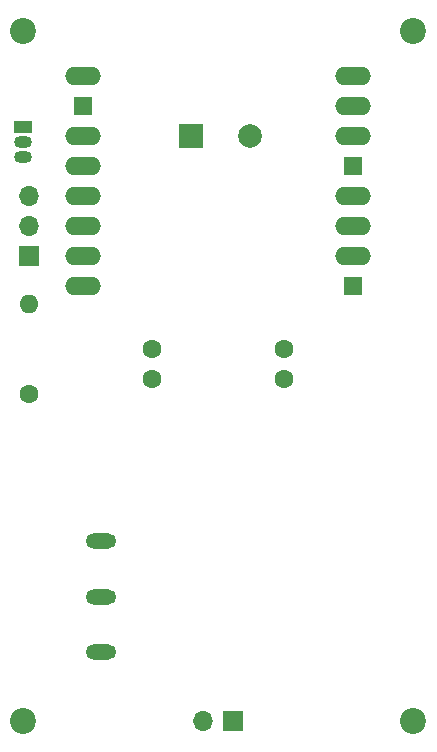
<source format=gbr>
%TF.GenerationSoftware,KiCad,Pcbnew,9.0.0*%
%TF.CreationDate,2025-10-22T11:07:00-07:00*%
%TF.ProjectId,sstv-backpack-v1.0.1,73737476-2d62-4616-936b-7061636b2d76,1.0*%
%TF.SameCoordinates,Original*%
%TF.FileFunction,Soldermask,Bot*%
%TF.FilePolarity,Negative*%
%FSLAX46Y46*%
G04 Gerber Fmt 4.6, Leading zero omitted, Abs format (unit mm)*
G04 Created by KiCad (PCBNEW 9.0.0) date 2025-10-22 11:07:00*
%MOMM*%
%LPD*%
G01*
G04 APERTURE LIST*
%ADD10R,1.524000X1.524000*%
%ADD11O,3.048000X1.524000*%
%ADD12O,1.600000X1.600000*%
%ADD13C,1.600000*%
%ADD14R,1.500000X1.050000*%
%ADD15O,1.500000X1.050000*%
%ADD16R,2.000000X2.000000*%
%ADD17C,2.000000*%
%ADD18O,2.600000X1.300000*%
%ADD19R,1.700000X1.700000*%
%ADD20O,1.700000X1.700000*%
%ADD21C,2.200000*%
G04 APERTURE END LIST*
D10*
%TO.C,U1*%
X170180000Y-87630000D03*
D11*
X170180000Y-85090000D03*
X170180000Y-82550000D03*
X170180000Y-80010000D03*
D10*
X170180000Y-77470000D03*
D11*
X170180000Y-74930000D03*
X170180000Y-72390000D03*
X170180000Y-69850000D03*
X147320000Y-69850000D03*
D10*
X147320000Y-72390000D03*
D11*
X147320000Y-74930000D03*
X147320000Y-77470000D03*
X147320000Y-80010000D03*
X147320000Y-82550000D03*
X147320000Y-85090000D03*
X147320000Y-87630000D03*
%TD*%
D12*
%TO.C,R1*%
X142748000Y-89154000D03*
D13*
X142748000Y-96774000D03*
%TD*%
D14*
%TO.C,Q1*%
X142240000Y-74168000D03*
D15*
X142240000Y-75438000D03*
X142240000Y-76708000D03*
%TD*%
D16*
%TO.C,BZ1*%
X156417000Y-74930000D03*
D17*
X161417000Y-74930000D03*
%TD*%
D18*
%TO.C,SW2*%
X148844000Y-109220000D03*
X148844000Y-113920000D03*
X148844000Y-118620000D03*
%TD*%
D13*
%TO.C,C2*%
X164338000Y-95464000D03*
X164338000Y-92964000D03*
%TD*%
D19*
%TO.C,J2*%
X160025000Y-124460000D03*
D20*
X157485000Y-124460000D03*
%TD*%
D21*
%TO.C,REF\u002A\u002A*%
X175260000Y-66040000D03*
%TD*%
%TO.C,REF\u002A\u002A*%
X142240000Y-66040000D03*
%TD*%
D19*
%TO.C,J1*%
X142748000Y-85075000D03*
D20*
X142748000Y-82535000D03*
X142748000Y-79995000D03*
%TD*%
D21*
%TO.C,REF\u002A\u002A*%
X175260000Y-124460000D03*
%TD*%
D13*
%TO.C,C1*%
X153162000Y-95464000D03*
X153162000Y-92964000D03*
%TD*%
D21*
%TO.C,REF\u002A\u002A*%
X142240000Y-124460000D03*
%TD*%
M02*

</source>
